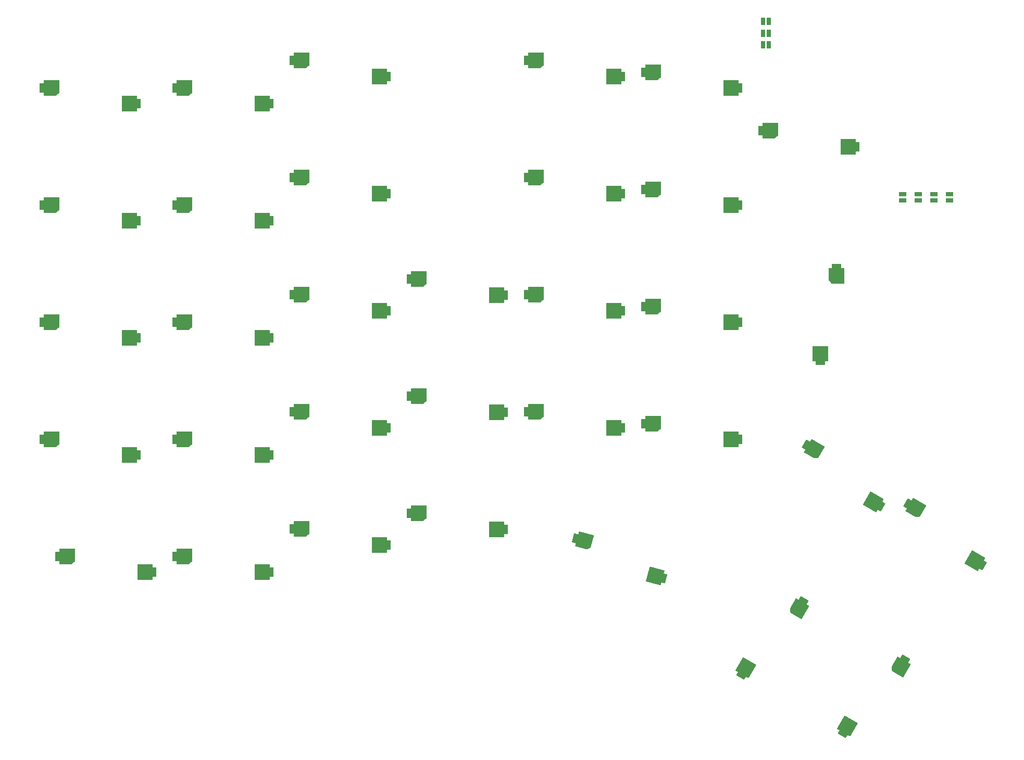
<source format=gtp>
G04 #@! TF.GenerationSoftware,KiCad,Pcbnew,(6.0.10)*
G04 #@! TF.CreationDate,2023-01-27T21:23:07+07:00*
G04 #@! TF.ProjectId,redox_rev1,7265646f-785f-4726-9576-312e6b696361,1.0*
G04 #@! TF.SameCoordinates,Original*
G04 #@! TF.FileFunction,Paste,Top*
G04 #@! TF.FilePolarity,Positive*
%FSLAX46Y46*%
G04 Gerber Fmt 4.6, Leading zero omitted, Abs format (unit mm)*
G04 Created by KiCad (PCBNEW (6.0.10)) date 2023-01-27 21:23:07*
%MOMM*%
%LPD*%
G01*
G04 APERTURE LIST*
G04 Aperture macros list*
%AMFreePoly0*
4,1,17,2.735355,1.235355,2.750000,1.200000,2.750000,-1.200000,2.735355,-1.235355,2.700000,-1.250000,0.300000,-1.250000,0.264645,-1.235355,0.250000,-1.200000,0.250000,-0.750000,-0.350000,-0.750000,-0.350000,0.750000,0.250000,0.750000,0.250000,1.200000,0.264645,1.235355,0.300000,1.250000,2.700000,1.250000,2.735355,1.235355,2.735355,1.235355,$1*%
%AMFreePoly1*
4,1,24,-0.364645,1.235355,-0.350000,1.200000,-0.350000,0.750000,0.350000,0.750000,0.350000,-0.750000,-0.350000,-0.750000,-0.350000,-1.200000,-0.364645,-1.235355,-0.400000,-1.250000,-2.800000,-1.250000,-2.835355,-1.235355,-2.850000,-1.200000,-2.850000,0.800000,-2.848878,0.802708,-2.849694,0.805522,-2.841697,0.820044,-2.835355,0.835355,-2.832649,0.836476,-2.831235,0.839043,-2.331235,1.239043,
-2.315318,1.243655,-2.300000,1.250000,-0.400000,1.250000,-0.364645,1.235355,-0.364645,1.235355,$1*%
G04 Aperture macros list end*
%ADD10R,0.635000X1.143000*%
%ADD11R,1.143000X0.635000*%
%ADD12FreePoly0,180.000000*%
%ADD13FreePoly1,180.000000*%
%ADD14FreePoly0,60.000000*%
%ADD15FreePoly1,60.000000*%
%ADD16FreePoly0,150.000000*%
%ADD17FreePoly1,150.000000*%
%ADD18FreePoly0,90.000000*%
%ADD19FreePoly1,90.000000*%
%ADD20FreePoly0,165.000000*%
%ADD21FreePoly1,165.000000*%
G04 APERTURE END LIST*
D10*
X201429620Y-54610000D03*
X202430380Y-54610000D03*
D11*
X231775000Y-78874620D03*
X231775000Y-79875380D03*
D10*
X202430380Y-52705000D03*
X201429620Y-52705000D03*
D11*
X226695000Y-78874620D03*
X226695000Y-79875380D03*
X224155000Y-78874620D03*
X224155000Y-79875380D03*
X229235000Y-78874620D03*
X229235000Y-79875380D03*
D10*
X201429620Y-50800000D03*
X202430380Y-50800000D03*
D12*
X99940000Y-83225000D03*
D13*
X84240000Y-80625000D03*
D12*
X121530000Y-121325000D03*
D13*
X105830000Y-118725000D03*
D12*
X159630000Y-95290000D03*
D13*
X143930000Y-92690000D03*
D12*
X121530000Y-83225000D03*
D13*
X105830000Y-80625000D03*
D12*
X178680000Y-59730000D03*
D13*
X162980000Y-57130000D03*
D12*
X121530000Y-64175000D03*
D13*
X105830000Y-61575000D03*
D14*
X197940064Y-157201216D03*
D15*
X208041730Y-144904617D03*
D12*
X121530000Y-140375000D03*
D13*
X105830000Y-137775000D03*
D12*
X159630000Y-114340000D03*
D13*
X143930000Y-111740000D03*
D12*
X159630000Y-133390000D03*
D13*
X143930000Y-130790000D03*
D12*
X197730000Y-80685000D03*
D13*
X182030000Y-78085000D03*
D12*
X99940000Y-121325000D03*
D13*
X84240000Y-118725000D03*
D12*
X140580000Y-78780000D03*
D13*
X124880000Y-76180000D03*
D12*
X197730000Y-61635000D03*
D13*
X182030000Y-59035000D03*
D12*
X197730000Y-118785000D03*
D13*
X182030000Y-116185000D03*
D16*
X237211216Y-139244936D03*
D17*
X224914617Y-129143270D03*
D16*
X220701216Y-129719936D03*
D17*
X208404617Y-119618270D03*
D12*
X178680000Y-97830000D03*
D13*
X162980000Y-95230000D03*
D12*
X99940000Y-64175000D03*
D13*
X84240000Y-61575000D03*
D12*
X140580000Y-59730000D03*
D13*
X124880000Y-57130000D03*
D12*
X197730000Y-99735000D03*
D13*
X182030000Y-97135000D03*
D12*
X178680000Y-78780000D03*
D13*
X162980000Y-76180000D03*
D12*
X178680000Y-116880000D03*
D13*
X162980000Y-114280000D03*
D12*
X121530000Y-102275000D03*
D13*
X105830000Y-99675000D03*
D12*
X140580000Y-116880000D03*
D13*
X124880000Y-114280000D03*
D18*
X210780000Y-106290000D03*
D19*
X213380000Y-90590000D03*
D12*
X216780000Y-71160000D03*
D13*
X201080000Y-68560000D03*
D12*
X140580000Y-135930000D03*
D13*
X124880000Y-133330000D03*
D12*
X102480000Y-140375000D03*
D13*
X86780000Y-137775000D03*
D12*
X99940000Y-102275000D03*
D13*
X84240000Y-99675000D03*
D20*
X185387417Y-141390147D03*
D21*
X170895311Y-134815281D03*
D14*
X214450064Y-166726216D03*
D15*
X224551730Y-154429617D03*
D12*
X140580000Y-97830000D03*
D13*
X124880000Y-95230000D03*
M02*

</source>
